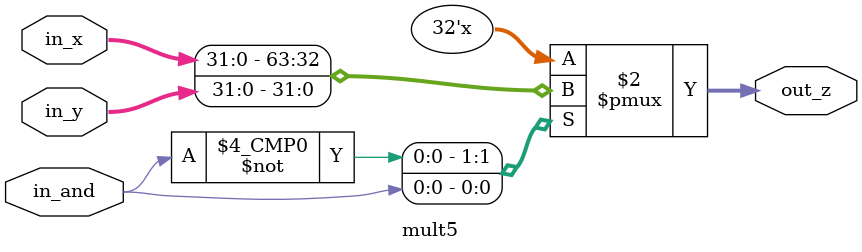
<source format=v>
module mult5(
input in_and,
input [31:0] in_x, in_y,
output reg [31:0] out_z
);
always@(*)
begin 
	case (in_and)
		1'b0:
			begin
				out_z=in_x;
			end
		1'b1:
			begin
				out_z=in_y;
			end
		endcase
	end

endmodule 
</source>
